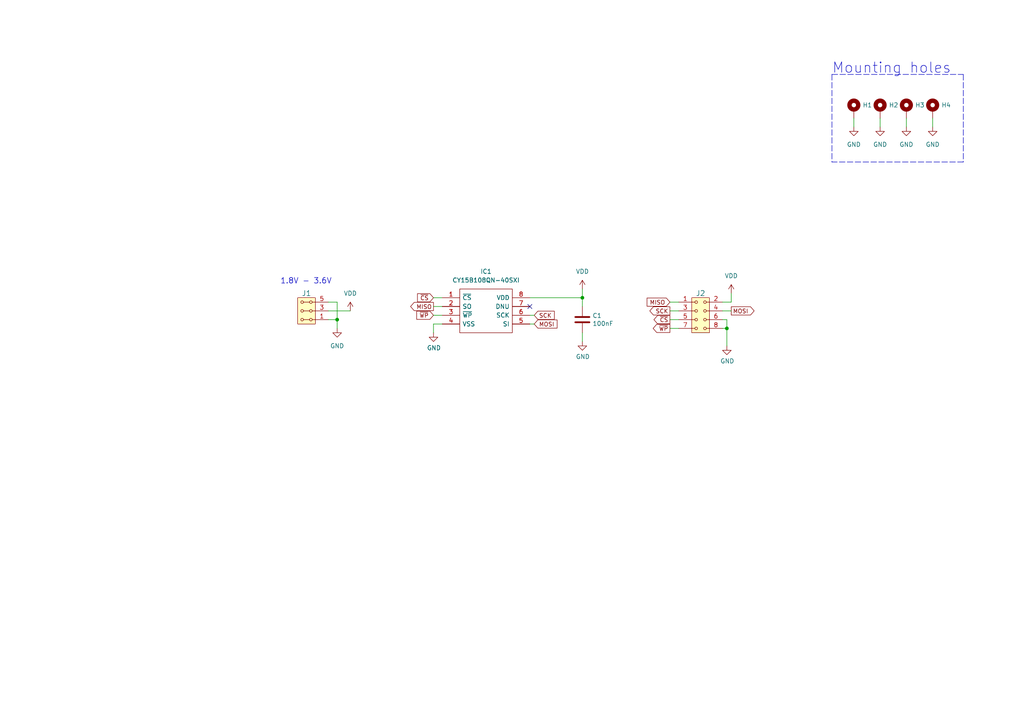
<source format=kicad_sch>
(kicad_sch (version 20211123) (generator eeschema)

  (uuid 94090ec1-0e6b-403a-88b7-50640bad6d28)

  (paper "A4")

  (lib_symbols
    (symbol "CY15B108QN-40SXI:CY15B108QN-40SXI" (pin_names (offset 0.762)) (in_bom yes) (on_board yes)
      (property "Reference" "IC" (id 0) (at 21.59 7.62 0)
        (effects (font (size 1.27 1.27)) (justify left))
      )
      (property "Value" "CY15B108QN-40SXI" (id 1) (at 21.59 5.08 0)
        (effects (font (size 1.27 1.27)) (justify left))
      )
      (property "Footprint" "SOIC127P800X203-8N" (id 2) (at 21.59 2.54 0)
        (effects (font (size 1.27 1.27)) (justify left) hide)
      )
      (property "Datasheet" "https://www.mouser.in/datasheet/2/196/CYPR_S_A0011123055_1-3004611.pdf" (id 3) (at 21.59 0 0)
        (effects (font (size 1.27 1.27)) (justify left) hide)
      )
      (property "Description" "F-RAM Excelon LP 40 MHz 8-EIAJ" (id 4) (at 21.59 -2.54 0)
        (effects (font (size 1.27 1.27)) (justify left) hide)
      )
      (property "Height" "2.03" (id 5) (at 21.59 -5.08 0)
        (effects (font (size 1.27 1.27)) (justify left) hide)
      )
      (property "Mouser Part Number" "727-CY15B108QN-40SXI" (id 6) (at 21.59 -7.62 0)
        (effects (font (size 1.27 1.27)) (justify left) hide)
      )
      (property "Mouser Price/Stock" "https://www.mouser.co.uk/ProductDetail/Infineon-Cypress/CY15B108QN-40SXI?qs=P1JMDcb91o4DSS%2FkAQM5uA%3D%3D" (id 7) (at 21.59 -10.16 0)
        (effects (font (size 1.27 1.27)) (justify left) hide)
      )
      (property "Manufacturer_Name" "Infineon / Cypress" (id 8) (at 21.59 -12.7 0)
        (effects (font (size 1.27 1.27)) (justify left) hide)
      )
      (property "Manufacturer_Part_Number" "CY15B108QN-40SXI" (id 9) (at 21.59 -15.24 0)
        (effects (font (size 1.27 1.27)) (justify left) hide)
      )
      (property "ki_description" "F-RAM Excelon LP 40 MHz 8-EIAJ" (id 10) (at 0 0 0)
        (effects (font (size 1.27 1.27)) hide)
      )
      (symbol "CY15B108QN-40SXI_0_0"
        (pin passive line (at 0 0 0) (length 5.08)
          (name "~{CS}" (effects (font (size 1.27 1.27))))
          (number "1" (effects (font (size 1.27 1.27))))
        )
        (pin passive line (at 0 -2.54 0) (length 5.08)
          (name "SO" (effects (font (size 1.27 1.27))))
          (number "2" (effects (font (size 1.27 1.27))))
        )
        (pin passive line (at 0 -5.08 0) (length 5.08)
          (name "~{WP}" (effects (font (size 1.27 1.27))))
          (number "3" (effects (font (size 1.27 1.27))))
        )
        (pin passive line (at 0 -7.62 0) (length 5.08)
          (name "VSS" (effects (font (size 1.27 1.27))))
          (number "4" (effects (font (size 1.27 1.27))))
        )
        (pin passive line (at 25.4 -7.62 180) (length 5.08)
          (name "SI" (effects (font (size 1.27 1.27))))
          (number "5" (effects (font (size 1.27 1.27))))
        )
        (pin passive line (at 25.4 -5.08 180) (length 5.08)
          (name "SCK" (effects (font (size 1.27 1.27))))
          (number "6" (effects (font (size 1.27 1.27))))
        )
        (pin passive line (at 25.4 -2.54 180) (length 5.08)
          (name "DNU" (effects (font (size 1.27 1.27))))
          (number "7" (effects (font (size 1.27 1.27))))
        )
        (pin passive line (at 25.4 0 180) (length 5.08)
          (name "VDD" (effects (font (size 1.27 1.27))))
          (number "8" (effects (font (size 1.27 1.27))))
        )
      )
      (symbol "CY15B108QN-40SXI_0_1"
        (polyline
          (pts
            (xy 5.08 2.54)
            (xy 20.32 2.54)
            (xy 20.32 -10.16)
            (xy 5.08 -10.16)
            (xy 5.08 2.54)
          )
          (stroke (width 0.1524) (type default) (color 0 0 0 0))
          (fill (type none))
        )
      )
    )
    (symbol "DATALOGGER01A-rescue:C-device" (pin_numbers hide) (pin_names (offset 0.254)) (in_bom yes) (on_board yes)
      (property "Reference" "C" (id 0) (at 0.635 2.54 0)
        (effects (font (size 1.27 1.27)) (justify left))
      )
      (property "Value" "C-device" (id 1) (at 0.635 -2.54 0)
        (effects (font (size 1.27 1.27)) (justify left))
      )
      (property "Footprint" "" (id 2) (at 0.9652 -3.81 0)
        (effects (font (size 1.27 1.27)) hide)
      )
      (property "Datasheet" "" (id 3) (at 0 0 0)
        (effects (font (size 1.27 1.27)) hide)
      )
      (property "ki_fp_filters" "C_*" (id 4) (at 0 0 0)
        (effects (font (size 1.27 1.27)) hide)
      )
      (symbol "C-device_0_1"
        (polyline
          (pts
            (xy -2.032 -0.762)
            (xy 2.032 -0.762)
          )
          (stroke (width 0.508) (type default) (color 0 0 0 0))
          (fill (type none))
        )
        (polyline
          (pts
            (xy -2.032 0.762)
            (xy 2.032 0.762)
          )
          (stroke (width 0.508) (type default) (color 0 0 0 0))
          (fill (type none))
        )
      )
      (symbol "C-device_1_1"
        (pin passive line (at 0 3.81 270) (length 2.794)
          (name "~" (effects (font (size 1.27 1.27))))
          (number "1" (effects (font (size 1.27 1.27))))
        )
        (pin passive line (at 0 -3.81 90) (length 2.794)
          (name "~" (effects (font (size 1.27 1.27))))
          (number "2" (effects (font (size 1.27 1.27))))
        )
      )
    )
    (symbol "GND_1" (power) (pin_names (offset 0)) (in_bom yes) (on_board yes)
      (property "Reference" "#PWR" (id 0) (at 0 -6.35 0)
        (effects (font (size 1.27 1.27)) hide)
      )
      (property "Value" "GND_1" (id 1) (at 0 -3.81 0)
        (effects (font (size 1.27 1.27)))
      )
      (property "Footprint" "" (id 2) (at 0 0 0)
        (effects (font (size 1.27 1.27)) hide)
      )
      (property "Datasheet" "" (id 3) (at 0 0 0)
        (effects (font (size 1.27 1.27)) hide)
      )
      (property "ki_keywords" "global power" (id 4) (at 0 0 0)
        (effects (font (size 1.27 1.27)) hide)
      )
      (property "ki_description" "Power symbol creates a global label with name \"GND\" , ground" (id 5) (at 0 0 0)
        (effects (font (size 1.27 1.27)) hide)
      )
      (symbol "GND_1_0_1"
        (polyline
          (pts
            (xy 0 0)
            (xy 0 -1.27)
            (xy 1.27 -1.27)
            (xy 0 -2.54)
            (xy -1.27 -1.27)
            (xy 0 -1.27)
          )
          (stroke (width 0) (type default) (color 0 0 0 0))
          (fill (type none))
        )
      )
      (symbol "GND_1_1_1"
        (pin power_in line (at 0 0 270) (length 0) hide
          (name "GND" (effects (font (size 1.27 1.27))))
          (number "1" (effects (font (size 1.27 1.27))))
        )
      )
    )
    (symbol "MLAB_HEADER:HEADER_2x03_PARALLEL" (pin_names (offset 1.016)) (in_bom yes) (on_board yes)
      (property "Reference" "J" (id 0) (at 0 -5.08 0)
        (effects (font (size 1.524 1.524)))
      )
      (property "Value" "HEADER_2x03_PARALLEL" (id 1) (at 0 5.08 0)
        (effects (font (size 1.524 1.524)))
      )
      (property "Footprint" "" (id 2) (at 0 2.54 0)
        (effects (font (size 1.524 1.524)))
      )
      (property "Datasheet" "" (id 3) (at 0 2.54 0)
        (effects (font (size 1.524 1.524)))
      )
      (property "ki_keywords" "2x03, header, connector, pinheader" (id 4) (at 0 0 0)
        (effects (font (size 1.27 1.27)) hide)
      )
      (property "ki_description" "2x03 2.54 mm pitch header, 2 pins next to each other are connected" (id 5) (at 0 0 0)
        (effects (font (size 1.27 1.27)) hide)
      )
      (symbol "HEADER_2x03_PARALLEL_0_1"
        (rectangle (start -2.54 3.81) (end 2.54 -3.81)
          (stroke (width 0) (type default) (color 0 0 0 0))
          (fill (type background))
        )
        (circle (center -1.27 -2.54) (radius 0.381)
          (stroke (width 0) (type default) (color 0 0 0 0))
          (fill (type none))
        )
        (circle (center -1.27 0) (radius 0.381)
          (stroke (width 0) (type default) (color 0 0 0 0))
          (fill (type none))
        )
        (circle (center -1.27 2.54) (radius 0.381)
          (stroke (width 0) (type default) (color 0 0 0 0))
          (fill (type none))
        )
        (polyline
          (pts
            (xy -1.651 -2.54)
            (xy -2.54 -2.54)
          )
          (stroke (width 0) (type default) (color 0 0 0 0))
          (fill (type none))
        )
        (polyline
          (pts
            (xy -1.651 0)
            (xy -2.54 0)
          )
          (stroke (width 0) (type default) (color 0 0 0 0))
          (fill (type none))
        )
        (polyline
          (pts
            (xy -1.651 2.54)
            (xy -2.54 2.54)
          )
          (stroke (width 0) (type default) (color 0 0 0 0))
          (fill (type none))
        )
        (polyline
          (pts
            (xy -0.889 -2.54)
            (xy 0.889 -2.54)
          )
          (stroke (width 0) (type default) (color 0 0 0 0))
          (fill (type none))
        )
        (polyline
          (pts
            (xy -0.889 0)
            (xy 0.889 0)
          )
          (stroke (width 0) (type default) (color 0 0 0 0))
          (fill (type none))
        )
        (polyline
          (pts
            (xy -0.889 2.54)
            (xy 0.889 2.54)
          )
          (stroke (width 0) (type default) (color 0 0 0 0))
          (fill (type none))
        )
        (circle (center 1.27 -2.54) (radius 0.381)
          (stroke (width 0) (type default) (color 0 0 0 0))
          (fill (type none))
        )
        (circle (center 1.27 0) (radius 0.381)
          (stroke (width 0) (type default) (color 0 0 0 0))
          (fill (type none))
        )
        (circle (center 1.27 2.54) (radius 0.381)
          (stroke (width 0) (type default) (color 0 0 0 0))
          (fill (type none))
        )
      )
      (symbol "HEADER_2x03_PARALLEL_1_1"
        (pin input line (at -6.35 2.54 0) (length 3.81)
          (name "~" (effects (font (size 1.27 1.27))))
          (number "1" (effects (font (size 1.27 1.27))))
        )
        (pin input line (at -6.35 2.54 0) (length 3.81) hide
          (name "~" (effects (font (size 1.27 1.27))))
          (number "2" (effects (font (size 1.27 1.27))))
        )
        (pin input line (at -6.35 0 0) (length 3.81)
          (name "~" (effects (font (size 1.27 1.27))))
          (number "3" (effects (font (size 1.27 1.27))))
        )
        (pin input line (at -6.35 0 0) (length 3.81) hide
          (name "~" (effects (font (size 1.27 1.27))))
          (number "4" (effects (font (size 1.27 1.27))))
        )
        (pin input line (at -6.35 -2.54 0) (length 3.81)
          (name "~" (effects (font (size 1.27 1.27))))
          (number "5" (effects (font (size 1.27 1.27))))
        )
        (pin input line (at -6.35 -2.54 0) (length 3.81) hide
          (name "~" (effects (font (size 1.27 1.27))))
          (number "6" (effects (font (size 1.27 1.27))))
        )
      )
    )
    (symbol "MLAB_HEADER:HEADER_2x04" (pin_names (offset 1.016)) (in_bom yes) (on_board yes)
      (property "Reference" "J" (id 0) (at 0 -6.35 0)
        (effects (font (size 1.524 1.524)))
      )
      (property "Value" "HEADER_2x04" (id 1) (at 0 6.35 0)
        (effects (font (size 1.524 1.524)))
      )
      (property "Footprint" "" (id 2) (at 0 3.81 0)
        (effects (font (size 1.524 1.524)))
      )
      (property "Datasheet" "" (id 3) (at 0 3.81 0)
        (effects (font (size 1.524 1.524)))
      )
      (property "ki_keywords" "2x04, header, connector, pinheader" (id 4) (at 0 0 0)
        (effects (font (size 1.27 1.27)) hide)
      )
      (property "ki_description" "2x04 2.54 mm pitch header" (id 5) (at 0 0 0)
        (effects (font (size 1.27 1.27)) hide)
      )
      (symbol "HEADER_2x04_0_1"
        (rectangle (start -2.54 5.08) (end 2.54 -5.08)
          (stroke (width 0) (type default) (color 0 0 0 0))
          (fill (type background))
        )
        (circle (center -1.27 -3.81) (radius 0.381)
          (stroke (width 0) (type default) (color 0 0 0 0))
          (fill (type none))
        )
        (circle (center -1.27 -1.27) (radius 0.381)
          (stroke (width 0) (type default) (color 0 0 0 0))
          (fill (type none))
        )
        (circle (center -1.27 1.27) (radius 0.381)
          (stroke (width 0) (type default) (color 0 0 0 0))
          (fill (type none))
        )
        (circle (center -1.27 3.81) (radius 0.381)
          (stroke (width 0) (type default) (color 0 0 0 0))
          (fill (type none))
        )
        (polyline
          (pts
            (xy -1.651 -3.81)
            (xy -2.54 -3.81)
          )
          (stroke (width 0) (type default) (color 0 0 0 0))
          (fill (type none))
        )
        (polyline
          (pts
            (xy -1.651 -1.27)
            (xy -2.54 -1.27)
          )
          (stroke (width 0) (type default) (color 0 0 0 0))
          (fill (type none))
        )
        (polyline
          (pts
            (xy -1.651 1.27)
            (xy -2.54 1.27)
          )
          (stroke (width 0) (type default) (color 0 0 0 0))
          (fill (type none))
        )
        (polyline
          (pts
            (xy -1.651 3.81)
            (xy -2.54 3.81)
          )
          (stroke (width 0) (type default) (color 0 0 0 0))
          (fill (type none))
        )
        (polyline
          (pts
            (xy 1.651 -3.81)
            (xy 2.54 -3.81)
          )
          (stroke (width 0) (type default) (color 0 0 0 0))
          (fill (type none))
        )
        (polyline
          (pts
            (xy 1.651 -1.27)
            (xy 2.54 -1.27)
          )
          (stroke (width 0) (type default) (color 0 0 0 0))
          (fill (type none))
        )
        (polyline
          (pts
            (xy 1.651 1.27)
            (xy 2.54 1.27)
          )
          (stroke (width 0) (type default) (color 0 0 0 0))
          (fill (type none))
        )
        (polyline
          (pts
            (xy 1.651 3.81)
            (xy 2.54 3.81)
          )
          (stroke (width 0) (type default) (color 0 0 0 0))
          (fill (type none))
        )
        (circle (center 1.27 -3.81) (radius 0.381)
          (stroke (width 0) (type default) (color 0 0 0 0))
          (fill (type none))
        )
        (circle (center 1.27 -1.27) (radius 0.381)
          (stroke (width 0) (type default) (color 0 0 0 0))
          (fill (type none))
        )
        (circle (center 1.27 1.27) (radius 0.381)
          (stroke (width 0) (type default) (color 0 0 0 0))
          (fill (type none))
        )
        (circle (center 1.27 3.81) (radius 0.381)
          (stroke (width 0) (type default) (color 0 0 0 0))
          (fill (type none))
        )
      )
      (symbol "HEADER_2x04_1_1"
        (pin input line (at -6.35 3.81 0) (length 3.81)
          (name "~" (effects (font (size 1.27 1.27))))
          (number "1" (effects (font (size 1.27 1.27))))
        )
        (pin input line (at 6.35 3.81 180) (length 3.81)
          (name "~" (effects (font (size 1.27 1.27))))
          (number "2" (effects (font (size 1.27 1.27))))
        )
        (pin input line (at -6.35 1.27 0) (length 3.81)
          (name "~" (effects (font (size 1.27 1.27))))
          (number "3" (effects (font (size 1.27 1.27))))
        )
        (pin input line (at 6.35 1.27 180) (length 3.81)
          (name "~" (effects (font (size 1.27 1.27))))
          (number "4" (effects (font (size 1.27 1.27))))
        )
        (pin input line (at -6.35 -1.27 0) (length 3.81)
          (name "~" (effects (font (size 1.27 1.27))))
          (number "5" (effects (font (size 1.27 1.27))))
        )
        (pin input line (at 6.35 -1.27 180) (length 3.81)
          (name "~" (effects (font (size 1.27 1.27))))
          (number "6" (effects (font (size 1.27 1.27))))
        )
        (pin input line (at -6.35 -3.81 0) (length 3.81)
          (name "~" (effects (font (size 1.27 1.27))))
          (number "7" (effects (font (size 1.27 1.27))))
        )
        (pin input line (at 6.35 -3.81 180) (length 3.81)
          (name "~" (effects (font (size 1.27 1.27))))
          (number "8" (effects (font (size 1.27 1.27))))
        )
      )
    )
    (symbol "Mechanical:MountingHole_Pad" (pin_numbers hide) (pin_names (offset 1.016) hide) (in_bom yes) (on_board yes)
      (property "Reference" "H" (id 0) (at 0 6.35 0)
        (effects (font (size 1.27 1.27)))
      )
      (property "Value" "MountingHole_Pad" (id 1) (at 0 4.445 0)
        (effects (font (size 1.27 1.27)))
      )
      (property "Footprint" "" (id 2) (at 0 0 0)
        (effects (font (size 1.27 1.27)) hide)
      )
      (property "Datasheet" "~" (id 3) (at 0 0 0)
        (effects (font (size 1.27 1.27)) hide)
      )
      (property "ki_keywords" "mounting hole" (id 4) (at 0 0 0)
        (effects (font (size 1.27 1.27)) hide)
      )
      (property "ki_description" "Mounting Hole with connection" (id 5) (at 0 0 0)
        (effects (font (size 1.27 1.27)) hide)
      )
      (property "ki_fp_filters" "MountingHole*Pad*" (id 6) (at 0 0 0)
        (effects (font (size 1.27 1.27)) hide)
      )
      (symbol "MountingHole_Pad_0_1"
        (circle (center 0 1.27) (radius 1.27)
          (stroke (width 1.27) (type default) (color 0 0 0 0))
          (fill (type none))
        )
      )
      (symbol "MountingHole_Pad_1_1"
        (pin input line (at 0 -2.54 90) (length 2.54)
          (name "1" (effects (font (size 1.27 1.27))))
          (number "1" (effects (font (size 1.27 1.27))))
        )
      )
    )
    (symbol "power:GND" (power) (pin_names (offset 0)) (in_bom yes) (on_board yes)
      (property "Reference" "#PWR" (id 0) (at 0 -6.35 0)
        (effects (font (size 1.27 1.27)) hide)
      )
      (property "Value" "GND" (id 1) (at 0 -3.81 0)
        (effects (font (size 1.27 1.27)))
      )
      (property "Footprint" "" (id 2) (at 0 0 0)
        (effects (font (size 1.27 1.27)) hide)
      )
      (property "Datasheet" "" (id 3) (at 0 0 0)
        (effects (font (size 1.27 1.27)) hide)
      )
      (property "ki_keywords" "power-flag" (id 4) (at 0 0 0)
        (effects (font (size 1.27 1.27)) hide)
      )
      (property "ki_description" "Power symbol creates a global label with name \"GND\" , ground" (id 5) (at 0 0 0)
        (effects (font (size 1.27 1.27)) hide)
      )
      (symbol "GND_0_1"
        (polyline
          (pts
            (xy 0 0)
            (xy 0 -1.27)
            (xy 1.27 -1.27)
            (xy 0 -2.54)
            (xy -1.27 -1.27)
            (xy 0 -1.27)
          )
          (stroke (width 0) (type default) (color 0 0 0 0))
          (fill (type none))
        )
      )
      (symbol "GND_1_1"
        (pin power_in line (at 0 0 270) (length 0) hide
          (name "GND" (effects (font (size 1.27 1.27))))
          (number "1" (effects (font (size 1.27 1.27))))
        )
      )
    )
    (symbol "power:VDD" (power) (pin_names (offset 0)) (in_bom yes) (on_board yes)
      (property "Reference" "#PWR" (id 0) (at 0 -3.81 0)
        (effects (font (size 1.27 1.27)) hide)
      )
      (property "Value" "VDD" (id 1) (at 0 3.81 0)
        (effects (font (size 1.27 1.27)))
      )
      (property "Footprint" "" (id 2) (at 0 0 0)
        (effects (font (size 1.27 1.27)) hide)
      )
      (property "Datasheet" "" (id 3) (at 0 0 0)
        (effects (font (size 1.27 1.27)) hide)
      )
      (property "ki_keywords" "global power" (id 4) (at 0 0 0)
        (effects (font (size 1.27 1.27)) hide)
      )
      (property "ki_description" "Power symbol creates a global label with name \"VDD\"" (id 5) (at 0 0 0)
        (effects (font (size 1.27 1.27)) hide)
      )
      (symbol "VDD_0_1"
        (polyline
          (pts
            (xy -0.762 1.27)
            (xy 0 2.54)
          )
          (stroke (width 0) (type default) (color 0 0 0 0))
          (fill (type none))
        )
        (polyline
          (pts
            (xy 0 0)
            (xy 0 2.54)
          )
          (stroke (width 0) (type default) (color 0 0 0 0))
          (fill (type none))
        )
        (polyline
          (pts
            (xy 0 2.54)
            (xy 0.762 1.27)
          )
          (stroke (width 0) (type default) (color 0 0 0 0))
          (fill (type none))
        )
      )
      (symbol "VDD_1_1"
        (pin power_in line (at 0 0 90) (length 0) hide
          (name "VDD" (effects (font (size 1.27 1.27))))
          (number "1" (effects (font (size 1.27 1.27))))
        )
      )
    )
  )


  (junction (at 210.82 95.25) (diameter 0) (color 0 0 0 0)
    (uuid 18adfb41-dbbd-4338-bd20-b1a17b4c67bf)
  )
  (junction (at 97.79 92.71) (diameter 0) (color 0 0 0 0)
    (uuid 8e9b6974-c8e3-411c-8e30-22d21c14681c)
  )
  (junction (at 168.91 86.36) (diameter 0) (color 0 0 0 0)
    (uuid b030335d-bec9-41e3-9d89-d13f4dce07db)
  )

  (no_connect (at 153.67 88.9) (uuid 817fea78-0c8c-4d4b-96bc-9b89de710ebf))

  (wire (pts (xy 255.27 34.29) (xy 255.27 36.83))
    (stroke (width 0) (type default) (color 0 0 0 0))
    (uuid 06443819-7f2d-41c1-bd44-1d2deb4b7607)
  )
  (wire (pts (xy 153.67 93.98) (xy 154.94 93.98))
    (stroke (width 0) (type default) (color 0 0 0 0))
    (uuid 10c6c54b-ac5b-44c8-8c79-f47ea64b2d83)
  )
  (wire (pts (xy 194.31 87.63) (xy 196.85 87.63))
    (stroke (width 0) (type default) (color 0 0 0 0))
    (uuid 2e6d3841-aca4-4ebb-9ddb-0aac72778084)
  )
  (wire (pts (xy 125.73 91.44) (xy 128.27 91.44))
    (stroke (width 0) (type default) (color 0 0 0 0))
    (uuid 36fd19a5-4154-4ed8-bc7b-199d696a16ff)
  )
  (wire (pts (xy 209.55 92.71) (xy 210.82 92.71))
    (stroke (width 0) (type default) (color 0 0 0 0))
    (uuid 3c5c92e0-5f21-4135-a561-c2a9c3e2efff)
  )
  (wire (pts (xy 262.89 34.29) (xy 262.89 36.83))
    (stroke (width 0) (type default) (color 0 0 0 0))
    (uuid 4898ad79-b913-499f-8e2a-1b0ff4366f47)
  )
  (wire (pts (xy 97.79 92.71) (xy 97.79 95.25))
    (stroke (width 0) (type default) (color 0 0 0 0))
    (uuid 4d2c4adc-864b-4091-89a4-e9aa6550a91b)
  )
  (wire (pts (xy 95.25 92.71) (xy 97.79 92.71))
    (stroke (width 0) (type default) (color 0 0 0 0))
    (uuid 5a4ff4d1-06b6-4c9c-a3fe-20e33e8737e5)
  )
  (wire (pts (xy 212.09 87.63) (xy 209.55 87.63))
    (stroke (width 0) (type default) (color 0 0 0 0))
    (uuid 5b62189b-93ae-41c1-9207-8fca99d18949)
  )
  (wire (pts (xy 128.27 93.98) (xy 125.73 93.98))
    (stroke (width 0) (type default) (color 0 0 0 0))
    (uuid 6491cf12-1cf3-42b1-a3b5-3678355c9799)
  )
  (wire (pts (xy 125.73 86.36) (xy 128.27 86.36))
    (stroke (width 0) (type default) (color 0 0 0 0))
    (uuid 765346ad-6c10-4f7f-b7d1-9f2b4ea50e88)
  )
  (wire (pts (xy 125.73 88.9) (xy 128.27 88.9))
    (stroke (width 0) (type default) (color 0 0 0 0))
    (uuid 8969fe3f-4f6f-41b0-bfef-b1522ec8238d)
  )
  (wire (pts (xy 210.82 95.25) (xy 210.82 100.33))
    (stroke (width 0) (type default) (color 0 0 0 0))
    (uuid 89ae73ac-dc52-4f0b-b133-835966e5e702)
  )
  (wire (pts (xy 153.67 86.36) (xy 168.91 86.36))
    (stroke (width 0) (type default) (color 0 0 0 0))
    (uuid 8a306f58-8e4d-45e6-8dc6-f9e3a4ac7823)
  )
  (polyline (pts (xy 279.4 46.99) (xy 241.3 46.99))
    (stroke (width 0) (type default) (color 0 0 0 0))
    (uuid 8a86b7bd-78c1-4938-91f3-72baee720033)
  )

  (wire (pts (xy 95.25 87.63) (xy 97.79 87.63))
    (stroke (width 0) (type default) (color 0 0 0 0))
    (uuid 9605a811-324f-4598-ad55-3cbd148c88f2)
  )
  (wire (pts (xy 95.25 90.17) (xy 101.6 90.17))
    (stroke (width 0) (type default) (color 0 0 0 0))
    (uuid 96a3ce5f-2c7a-4a34-9c63-077408baef54)
  )
  (wire (pts (xy 153.67 91.44) (xy 154.94 91.44))
    (stroke (width 0) (type default) (color 0 0 0 0))
    (uuid 9b2c54c3-fc2b-462f-ab2c-f281141199f6)
  )
  (polyline (pts (xy 279.4 21.59) (xy 279.4 46.99))
    (stroke (width 0) (type default) (color 0 0 0 0))
    (uuid 9de5b6f9-f3da-422b-9995-16a373700ff7)
  )

  (wire (pts (xy 97.79 87.63) (xy 97.79 92.71))
    (stroke (width 0) (type default) (color 0 0 0 0))
    (uuid a4826775-78e0-4ab4-ba00-b7849029974d)
  )
  (wire (pts (xy 194.31 92.71) (xy 196.85 92.71))
    (stroke (width 0) (type default) (color 0 0 0 0))
    (uuid a8cc4462-e500-41d8-aa2d-cb23e798160e)
  )
  (wire (pts (xy 210.82 92.71) (xy 210.82 95.25))
    (stroke (width 0) (type default) (color 0 0 0 0))
    (uuid ab801db1-3dd4-443f-b362-f66e4b55eeef)
  )
  (wire (pts (xy 209.55 90.17) (xy 212.09 90.17))
    (stroke (width 0) (type default) (color 0 0 0 0))
    (uuid ae244af8-f703-47cc-85fe-a80aacbdddf5)
  )
  (wire (pts (xy 270.51 34.29) (xy 270.51 36.83))
    (stroke (width 0) (type default) (color 0 0 0 0))
    (uuid afe896a3-5c0b-42f9-84f6-0604afcb4729)
  )
  (polyline (pts (xy 241.3 21.59) (xy 241.3 46.99))
    (stroke (width 0) (type default) (color 0 0 0 0))
    (uuid b3346f71-d37d-405c-8eba-0791b152bba7)
  )

  (wire (pts (xy 194.31 90.17) (xy 196.85 90.17))
    (stroke (width 0) (type default) (color 0 0 0 0))
    (uuid c2604a77-1770-4af0-b44f-f531d567731c)
  )
  (wire (pts (xy 168.91 83.82) (xy 168.91 86.36))
    (stroke (width 0) (type default) (color 0 0 0 0))
    (uuid ca783407-a543-4014-8479-4b73517e5f62)
  )
  (wire (pts (xy 212.09 85.09) (xy 212.09 87.63))
    (stroke (width 0) (type default) (color 0 0 0 0))
    (uuid e14f485f-94a5-4d53-ba11-ace7b4a61f0b)
  )
  (wire (pts (xy 209.55 95.25) (xy 210.82 95.25))
    (stroke (width 0) (type default) (color 0 0 0 0))
    (uuid e2801aa5-4538-44a3-af41-35a7f2d8e468)
  )
  (polyline (pts (xy 241.3 21.59) (xy 279.4 21.59))
    (stroke (width 0) (type default) (color 0 0 0 0))
    (uuid e80144ba-d85d-4261-8b52-a0b44429eb13)
  )

  (wire (pts (xy 125.73 93.98) (xy 125.73 96.52))
    (stroke (width 0) (type default) (color 0 0 0 0))
    (uuid eef3e066-65e6-44e2-b6b8-120d8c76a9d3)
  )
  (wire (pts (xy 168.91 88.9) (xy 168.91 86.36))
    (stroke (width 0) (type default) (color 0 0 0 0))
    (uuid ef3198fb-b7e5-453b-8716-881524bcfc45)
  )
  (wire (pts (xy 194.31 95.25) (xy 196.85 95.25))
    (stroke (width 0) (type default) (color 0 0 0 0))
    (uuid f6449319-0037-488e-8755-12021a3a7007)
  )
  (wire (pts (xy 168.91 96.52) (xy 168.91 99.06))
    (stroke (width 0) (type solid) (color 0 0 0 0))
    (uuid f65b5873-8967-4c89-adab-71ed505cf633)
  )
  (wire (pts (xy 247.65 34.29) (xy 247.65 36.83))
    (stroke (width 0) (type default) (color 0 0 0 0))
    (uuid fa4b11ef-af52-4939-8398-9b647370aebc)
  )

  (text "1.8V - 3.6V" (at 81.28 82.55 0)
    (effects (font (size 1.6 1.6)) (justify left bottom))
    (uuid 59244d18-96c2-4912-92ed-2ee0b294253e)
  )
  (text "Mounting holes" (at 241.3 21.59 0)
    (effects (font (size 3 3)) (justify left bottom))
    (uuid ded108f5-7a2d-4bad-8ff9-a771895bf7e1)
  )

  (global_label "MISO" (shape output) (at 125.73 88.9 180) (fields_autoplaced)
    (effects (font (size 1.2 1.2)) (justify right))
    (uuid 44e04ae0-16cc-4a98-a2de-592199bb8179)
    (property "Intersheet References" "${INTERSHEET_REFS}" (id 0) (at 119.1071 88.825 0)
      (effects (font (size 1.2 1.2)) (justify right) hide)
    )
  )
  (global_label "~{CS}" (shape input) (at 125.73 86.36 180) (fields_autoplaced)
    (effects (font (size 1.2 1.2)) (justify right))
    (uuid 5d7bf1ec-ec38-4e96-ad9c-af3f294ebb54)
    (property "Intersheet References" "${INTERSHEET_REFS}" (id 0) (at 121.1071 86.285 0)
      (effects (font (size 1.2 1.2)) (justify right) hide)
    )
  )
  (global_label "~{WP}" (shape input) (at 125.73 91.44 180) (fields_autoplaced)
    (effects (font (size 1.2 1.2)) (justify right))
    (uuid 5f6cf13c-b8dc-4959-9233-6aa9f7a1a642)
    (property "Intersheet References" "${INTERSHEET_REFS}" (id 0) (at 120.8786 91.365 0)
      (effects (font (size 1.2 1.2)) (justify right) hide)
    )
  )
  (global_label "~{WP}" (shape output) (at 194.31 95.25 180) (fields_autoplaced)
    (effects (font (size 1.2 1.2)) (justify right))
    (uuid 782d8319-addb-4de3-8332-86a347be6c93)
    (property "Intersheet References" "${INTERSHEET_REFS}" (id 0) (at 189.4586 95.175 0)
      (effects (font (size 1.2 1.2)) (justify right) hide)
    )
  )
  (global_label "MISO" (shape input) (at 194.31 87.63 180) (fields_autoplaced)
    (effects (font (size 1.2 1.2)) (justify right))
    (uuid 7e1464eb-4ea4-48aa-b6d2-e1a5819c3c54)
    (property "Intersheet References" "${INTERSHEET_REFS}" (id 0) (at 187.6871 87.555 0)
      (effects (font (size 1.2 1.2)) (justify right) hide)
    )
  )
  (global_label "MOSI" (shape output) (at 212.09 90.17 0) (fields_autoplaced)
    (effects (font (size 1.2 1.2)) (justify left))
    (uuid 8d93b368-0293-43d2-8a9a-63284362cb16)
    (property "Intersheet References" "${INTERSHEET_REFS}" (id 0) (at 218.7129 90.095 0)
      (effects (font (size 1.2 1.2)) (justify left) hide)
    )
  )
  (global_label "~{CS}" (shape output) (at 194.31 92.71 180) (fields_autoplaced)
    (effects (font (size 1.2 1.2)) (justify right))
    (uuid 992c82c2-aae5-4716-a59f-a79b007862b8)
    (property "Intersheet References" "${INTERSHEET_REFS}" (id 0) (at 189.6871 92.635 0)
      (effects (font (size 1.2 1.2)) (justify right) hide)
    )
  )
  (global_label "SCK" (shape output) (at 194.31 90.17 180) (fields_autoplaced)
    (effects (font (size 1.2 1.2)) (justify right))
    (uuid af3665ad-01db-4ecd-8f52-6edbae118ed9)
    (property "Intersheet References" "${INTERSHEET_REFS}" (id 0) (at 188.4871 90.095 0)
      (effects (font (size 1.2 1.2)) (justify right) hide)
    )
  )
  (global_label "MOSI" (shape input) (at 154.94 93.98 0) (fields_autoplaced)
    (effects (font (size 1.2 1.2)) (justify left))
    (uuid d9d668b2-11f8-4199-a7df-3d8f8c05ed88)
    (property "Intersheet References" "${INTERSHEET_REFS}" (id 0) (at 161.5629 93.905 0)
      (effects (font (size 1.2 1.2)) (justify left) hide)
    )
  )
  (global_label "SCK" (shape input) (at 154.94 91.44 0) (fields_autoplaced)
    (effects (font (size 1.2 1.2)) (justify left))
    (uuid e9d7cb5f-583c-4dca-b679-aecced1ff504)
    (property "Intersheet References" "${INTERSHEET_REFS}" (id 0) (at 160.7629 91.365 0)
      (effects (font (size 1.2 1.2)) (justify left) hide)
    )
  )

  (symbol (lib_id "Mechanical:MountingHole_Pad") (at 255.27 31.75 0) (unit 1)
    (in_bom yes) (on_board yes) (fields_autoplaced)
    (uuid 002965f4-5964-4b23-878f-2af5933bd5ab)
    (property "Reference" "H2" (id 0) (at 257.81 30.4799 0)
      (effects (font (size 1.27 1.27)) (justify left))
    )
    (property "Value" "MountingHole_Pad" (id 1) (at 257.81 31.7499 0)
      (effects (font (size 1.27 1.27)) (justify left) hide)
    )
    (property "Footprint" "Mlab_Mechanical:MountingHole_3mm" (id 2) (at 255.27 31.75 0)
      (effects (font (size 1.27 1.27)) hide)
    )
    (property "Datasheet" "~" (id 3) (at 255.27 31.75 0)
      (effects (font (size 1.27 1.27)) hide)
    )
    (pin "1" (uuid 09bbfae7-34b8-4287-99f0-b404ac214053))
  )

  (symbol (lib_id "power:VDD") (at 168.91 83.82 0) (unit 1)
    (in_bom yes) (on_board yes) (fields_autoplaced)
    (uuid 03156ed1-1d95-4fd7-8569-e2f13ef0202c)
    (property "Reference" "#PWR04" (id 0) (at 168.91 87.63 0)
      (effects (font (size 1.27 1.27)) hide)
    )
    (property "Value" "VDD" (id 1) (at 168.91 78.74 0))
    (property "Footprint" "" (id 2) (at 168.91 83.82 0)
      (effects (font (size 1.27 1.27)) hide)
    )
    (property "Datasheet" "" (id 3) (at 168.91 83.82 0)
      (effects (font (size 1.27 1.27)) hide)
    )
    (pin "1" (uuid 0d5445a0-e40a-423a-8f93-ffdfe2159fed))
  )

  (symbol (lib_id "power:GND") (at 255.27 36.83 0) (unit 1)
    (in_bom yes) (on_board yes) (fields_autoplaced)
    (uuid 2db07d0c-ac63-4821-8f32-2b7e2fb321e5)
    (property "Reference" "#PWR010" (id 0) (at 255.27 43.18 0)
      (effects (font (size 1.27 1.27)) hide)
    )
    (property "Value" "GND" (id 1) (at 255.27 41.91 0))
    (property "Footprint" "" (id 2) (at 255.27 36.83 0)
      (effects (font (size 1.27 1.27)) hide)
    )
    (property "Datasheet" "" (id 3) (at 255.27 36.83 0)
      (effects (font (size 1.27 1.27)) hide)
    )
    (pin "1" (uuid 63484090-a37c-4e04-b4c5-af6a8acdbba3))
  )

  (symbol (lib_id "MLAB_HEADER:HEADER_2x03_PARALLEL") (at 88.9 90.17 180) (unit 1)
    (in_bom yes) (on_board yes) (fields_autoplaced)
    (uuid 421fd386-5038-4822-adc6-d3bb78d0e87b)
    (property "Reference" "J1" (id 0) (at 88.9 85.09 0)
      (effects (font (size 1.524 1.524)))
    )
    (property "Value" "HEADER_2x03_PARALLEL" (id 1) (at 88.9 85.09 0)
      (effects (font (size 1.524 1.524)) hide)
    )
    (property "Footprint" "Mlab_Pin_Headers:Straight_2x03" (id 2) (at 88.9 92.71 0)
      (effects (font (size 1.524 1.524)) hide)
    )
    (property "Datasheet" "" (id 3) (at 88.9 92.71 0)
      (effects (font (size 1.524 1.524)))
    )
    (pin "1" (uuid 78d38112-e417-437e-a50f-dea8dee910dc))
    (pin "2" (uuid 520d2b3d-0370-47b8-baa7-9fbd783ab714))
    (pin "3" (uuid 6e1d5306-aa3a-4bc0-8138-a1c4802ee4fa))
    (pin "4" (uuid e9108703-eb63-4182-bf3f-1c980c138300))
    (pin "5" (uuid 496f6bcf-f061-4784-8d74-d02717745fc4))
    (pin "6" (uuid 73876062-6902-4495-be21-1197d47b99dc))
  )

  (symbol (lib_id "power:GND") (at 247.65 36.83 0) (unit 1)
    (in_bom yes) (on_board yes) (fields_autoplaced)
    (uuid 46b6b2df-e27f-421e-834e-7f132252616c)
    (property "Reference" "#PWR09" (id 0) (at 247.65 43.18 0)
      (effects (font (size 1.27 1.27)) hide)
    )
    (property "Value" "GND" (id 1) (at 247.65 41.91 0))
    (property "Footprint" "" (id 2) (at 247.65 36.83 0)
      (effects (font (size 1.27 1.27)) hide)
    )
    (property "Datasheet" "" (id 3) (at 247.65 36.83 0)
      (effects (font (size 1.27 1.27)) hide)
    )
    (pin "1" (uuid 6f19b34e-76ab-4d40-9fe3-4a99016e7382))
  )

  (symbol (lib_id "power:GND") (at 125.73 96.52 0) (unit 1)
    (in_bom yes) (on_board yes)
    (uuid 4dade959-ccbf-4010-86b8-4cbb34d740fe)
    (property "Reference" "#PWR03" (id 0) (at 125.73 102.87 0)
      (effects (font (size 1.27 1.27)) hide)
    )
    (property "Value" "GND" (id 1) (at 125.857 100.9142 0))
    (property "Footprint" "" (id 2) (at 125.73 96.52 0)
      (effects (font (size 1.27 1.27)) hide)
    )
    (property "Datasheet" "" (id 3) (at 125.73 96.52 0)
      (effects (font (size 1.27 1.27)) hide)
    )
    (pin "1" (uuid da7d9118-1e4c-4a27-b2c4-9dfc34e7453e))
  )

  (symbol (lib_id "CY15B108QN-40SXI:CY15B108QN-40SXI") (at 128.27 86.36 0) (unit 1)
    (in_bom yes) (on_board yes) (fields_autoplaced)
    (uuid 4db57708-f165-4090-875a-0ec5f85f1916)
    (property "Reference" "IC1" (id 0) (at 140.97 78.74 0))
    (property "Value" "CY15B108QN-40SXI" (id 1) (at 140.97 81.28 0))
    (property "Footprint" "KiCad:SOIC127P800X203-8N" (id 2) (at 149.86 83.82 0)
      (effects (font (size 1.27 1.27)) (justify left) hide)
    )
    (property "Datasheet" "https://www.mouser.in/datasheet/2/196/CYPR_S_A0011123055_1-3004611.pdf" (id 3) (at 149.86 86.36 0)
      (effects (font (size 1.27 1.27)) (justify left) hide)
    )
    (property "Description" "F-RAM Excelon LP 40 MHz 8-EIAJ" (id 4) (at 149.86 88.9 0)
      (effects (font (size 1.27 1.27)) (justify left) hide)
    )
    (property "Height" "2.03" (id 5) (at 149.86 91.44 0)
      (effects (font (size 1.27 1.27)) (justify left) hide)
    )
    (property "Mouser Part Number" "727-CY15B108QN-40SXI" (id 6) (at 149.86 93.98 0)
      (effects (font (size 1.27 1.27)) (justify left) hide)
    )
    (property "Mouser Price/Stock" "https://www.mouser.co.uk/ProductDetail/Infineon-Cypress/CY15B108QN-40SXI?qs=P1JMDcb91o4DSS%2FkAQM5uA%3D%3D" (id 7) (at 149.86 96.52 0)
      (effects (font (size 1.27 1.27)) (justify left) hide)
    )
    (property "Manufacturer_Name" "Infineon / Cypress" (id 8) (at 149.86 99.06 0)
      (effects (font (size 1.27 1.27)) (justify left) hide)
    )
    (property "Manufacturer_Part_Number" "CY15B108QN-40SXI" (id 9) (at 149.86 101.6 0)
      (effects (font (size 1.27 1.27)) (justify left) hide)
    )
    (pin "1" (uuid 38e0ead9-17b4-49b3-9a37-43035cd95d7a))
    (pin "2" (uuid 6e8e8488-7aae-480c-9b2b-1d07d682978d))
    (pin "3" (uuid 9ec85341-b09d-41f9-a919-c27928d3b946))
    (pin "4" (uuid 4e5d8839-ece7-4cf3-a04a-5a06dd566be0))
    (pin "5" (uuid 51a5ad6d-74fd-47fb-a1da-ef1021f68980))
    (pin "6" (uuid b4a72f5e-eb15-4fd7-baf0-8205c1da32c2))
    (pin "7" (uuid 8e3a1d2d-6b1d-4a75-b0e7-2deaaaab02a6))
    (pin "8" (uuid 0eff4de1-7a24-45cd-b15e-e6a0bb828f46))
  )

  (symbol (lib_id "power:VDD") (at 101.6 90.17 0) (unit 1)
    (in_bom yes) (on_board yes) (fields_autoplaced)
    (uuid 54b94f9b-d18d-4c8e-a49f-5629ab718ecc)
    (property "Reference" "#PWR02" (id 0) (at 101.6 93.98 0)
      (effects (font (size 1.27 1.27)) hide)
    )
    (property "Value" "VDD" (id 1) (at 101.6 85.09 0))
    (property "Footprint" "" (id 2) (at 101.6 90.17 0)
      (effects (font (size 1.27 1.27)) hide)
    )
    (property "Datasheet" "" (id 3) (at 101.6 90.17 0)
      (effects (font (size 1.27 1.27)) hide)
    )
    (pin "1" (uuid f281d66f-d41e-4f82-8d05-a780e1466520))
  )

  (symbol (lib_id "power:GND") (at 270.51 36.83 0) (unit 1)
    (in_bom yes) (on_board yes) (fields_autoplaced)
    (uuid 717176eb-bde4-40a1-8ad0-c937731d372f)
    (property "Reference" "#PWR012" (id 0) (at 270.51 43.18 0)
      (effects (font (size 1.27 1.27)) hide)
    )
    (property "Value" "GND" (id 1) (at 270.51 41.91 0))
    (property "Footprint" "" (id 2) (at 270.51 36.83 0)
      (effects (font (size 1.27 1.27)) hide)
    )
    (property "Datasheet" "" (id 3) (at 270.51 36.83 0)
      (effects (font (size 1.27 1.27)) hide)
    )
    (pin "1" (uuid 8695412a-780a-4b50-a4ca-feae9f708fa3))
  )

  (symbol (lib_id "power:GND") (at 168.91 99.06 0) (unit 1)
    (in_bom yes) (on_board yes)
    (uuid 72f37cbd-7a6e-473e-ba4e-a36b4116a53f)
    (property "Reference" "#PWR05" (id 0) (at 168.91 105.41 0)
      (effects (font (size 1.27 1.27)) hide)
    )
    (property "Value" "GND" (id 1) (at 169.037 103.4542 0))
    (property "Footprint" "" (id 2) (at 168.91 99.06 0)
      (effects (font (size 1.27 1.27)) hide)
    )
    (property "Datasheet" "" (id 3) (at 168.91 99.06 0)
      (effects (font (size 1.27 1.27)) hide)
    )
    (pin "1" (uuid 9eea894e-327b-4942-bfc9-55abbe7c6ca0))
  )

  (symbol (lib_id "Mechanical:MountingHole_Pad") (at 270.51 31.75 0) (unit 1)
    (in_bom yes) (on_board yes) (fields_autoplaced)
    (uuid 78f8c2e7-580b-4a22-86c8-77fd094b7a22)
    (property "Reference" "H4" (id 0) (at 273.05 30.4799 0)
      (effects (font (size 1.27 1.27)) (justify left))
    )
    (property "Value" "MountingHole_Pad" (id 1) (at 273.05 31.7499 0)
      (effects (font (size 1.27 1.27)) (justify left) hide)
    )
    (property "Footprint" "Mlab_Mechanical:MountingHole_3mm" (id 2) (at 270.51 31.75 0)
      (effects (font (size 1.27 1.27)) hide)
    )
    (property "Datasheet" "~" (id 3) (at 270.51 31.75 0)
      (effects (font (size 1.27 1.27)) hide)
    )
    (pin "1" (uuid 6f4baae1-670a-42be-b85f-3accf0e3225d))
  )

  (symbol (lib_id "power:GND") (at 262.89 36.83 0) (unit 1)
    (in_bom yes) (on_board yes) (fields_autoplaced)
    (uuid 7bf5a31d-f53f-42d2-94bd-12e3c3c95e7d)
    (property "Reference" "#PWR011" (id 0) (at 262.89 43.18 0)
      (effects (font (size 1.27 1.27)) hide)
    )
    (property "Value" "GND" (id 1) (at 262.89 41.91 0))
    (property "Footprint" "" (id 2) (at 262.89 36.83 0)
      (effects (font (size 1.27 1.27)) hide)
    )
    (property "Datasheet" "" (id 3) (at 262.89 36.83 0)
      (effects (font (size 1.27 1.27)) hide)
    )
    (pin "1" (uuid c754805e-5a50-4cf2-ae12-820a1c8532e2))
  )

  (symbol (lib_id "Mechanical:MountingHole_Pad") (at 262.89 31.75 0) (unit 1)
    (in_bom yes) (on_board yes) (fields_autoplaced)
    (uuid 9b96e972-b657-4023-b06f-c9f3b694b1cd)
    (property "Reference" "H3" (id 0) (at 265.43 30.4799 0)
      (effects (font (size 1.27 1.27)) (justify left))
    )
    (property "Value" "MountingHole_Pad" (id 1) (at 265.43 31.7499 0)
      (effects (font (size 1.27 1.27)) (justify left) hide)
    )
    (property "Footprint" "Mlab_Mechanical:MountingHole_3mm" (id 2) (at 262.89 31.75 0)
      (effects (font (size 1.27 1.27)) hide)
    )
    (property "Datasheet" "~" (id 3) (at 262.89 31.75 0)
      (effects (font (size 1.27 1.27)) hide)
    )
    (pin "1" (uuid 4012ff3e-fd78-47d2-be37-8b8443760afa))
  )

  (symbol (lib_id "Mechanical:MountingHole_Pad") (at 247.65 31.75 0) (unit 1)
    (in_bom yes) (on_board yes) (fields_autoplaced)
    (uuid afd438f6-5c0c-44b8-bcf5-54f8e071f8c0)
    (property "Reference" "H1" (id 0) (at 250.19 30.4799 0)
      (effects (font (size 1.27 1.27)) (justify left))
    )
    (property "Value" "MountingHole_Pad" (id 1) (at 250.19 31.7499 0)
      (effects (font (size 1.27 1.27)) (justify left) hide)
    )
    (property "Footprint" "Mlab_Mechanical:MountingHole_3mm" (id 2) (at 247.65 31.75 0)
      (effects (font (size 1.27 1.27)) hide)
    )
    (property "Datasheet" "~" (id 3) (at 247.65 31.75 0)
      (effects (font (size 1.27 1.27)) hide)
    )
    (pin "1" (uuid 3038e07f-d532-443d-bd32-20323ef7a01a))
  )

  (symbol (lib_id "power:GND") (at 210.82 100.33 0) (unit 1)
    (in_bom yes) (on_board yes)
    (uuid d5f0a1be-7df1-43c4-adef-f17bbaf73f06)
    (property "Reference" "#PWR07" (id 0) (at 210.82 106.68 0)
      (effects (font (size 1.27 1.27)) hide)
    )
    (property "Value" "GND" (id 1) (at 210.947 104.7242 0))
    (property "Footprint" "" (id 2) (at 210.82 100.33 0)
      (effects (font (size 1.27 1.27)) hide)
    )
    (property "Datasheet" "" (id 3) (at 210.82 100.33 0)
      (effects (font (size 1.27 1.27)) hide)
    )
    (pin "1" (uuid 2cc87bc6-f02c-4d9d-9b14-9cdd1b7541c6))
  )

  (symbol (lib_id "DATALOGGER01A-rescue:C-device") (at 168.91 92.71 0) (unit 1)
    (in_bom yes) (on_board yes)
    (uuid d87a6934-82b4-4687-9c5b-5b9d616215e6)
    (property "Reference" "C1" (id 0) (at 171.831 91.5416 0)
      (effects (font (size 1.27 1.27)) (justify left))
    )
    (property "Value" "100nF" (id 1) (at 171.831 93.853 0)
      (effects (font (size 1.27 1.27)) (justify left))
    )
    (property "Footprint" "Mlab_R:SMD-0805" (id 2) (at 169.8752 96.52 0)
      (effects (font (size 1.27 1.27)) hide)
    )
    (property "Datasheet" "" (id 3) (at 168.91 92.71 0)
      (effects (font (size 1.27 1.27)) hide)
    )
    (property "USD_ID" "" (id 4) (at 168.91 92.71 0)
      (effects (font (size 1.27 1.27)) hide)
    )
    (property "UST_ID" "5c70984712875079b91f8b4c" (id 5) (at 168.91 92.71 0)
      (effects (font (size 1.27 1.27)) hide)
    )
    (pin "1" (uuid 868c4ac8-e962-4563-9e36-8c80b83bd5ac))
    (pin "2" (uuid 7738a949-2b32-46d5-bf1c-7aab721d4c2f))
  )

  (symbol (lib_id "MLAB_HEADER:HEADER_2x04") (at 203.2 91.44 0) (unit 1)
    (in_bom yes) (on_board yes) (fields_autoplaced)
    (uuid e14eb021-14a8-4312-88f7-4caeccd6d681)
    (property "Reference" "J2" (id 0) (at 203.2 85.09 0)
      (effects (font (size 1.524 1.524)))
    )
    (property "Value" "HEADER_2x04" (id 1) (at 203.2 85.09 0)
      (effects (font (size 1.524 1.524)) hide)
    )
    (property "Footprint" "Mlab_Pin_Headers:Straight_2x04" (id 2) (at 203.2 87.63 0)
      (effects (font (size 1.524 1.524)) hide)
    )
    (property "Datasheet" "" (id 3) (at 203.2 87.63 0)
      (effects (font (size 1.524 1.524)))
    )
    (pin "1" (uuid fec423ab-25ad-4274-85b6-297a04f8e920))
    (pin "2" (uuid 784bfc2b-47c0-41c1-8c16-896a493604f5))
    (pin "3" (uuid f2ef7db9-8f63-433d-ad47-f10ff4962575))
    (pin "4" (uuid fb0a210d-991b-4b2e-b622-d42f6ff6df1f))
    (pin "5" (uuid 66ff996b-5f62-4623-95a8-bcbd2c3d07f1))
    (pin "6" (uuid 47b6715c-8b89-4ea9-a9a1-dbc8bffb7f8d))
    (pin "7" (uuid 09bee7ce-71b6-49dc-8314-de372ffbaff3))
    (pin "8" (uuid cb33847d-6b50-48e2-979e-34680693635d))
  )

  (symbol (lib_id "power:VDD") (at 212.09 85.09 0) (unit 1)
    (in_bom yes) (on_board yes) (fields_autoplaced)
    (uuid ee14fead-94b7-4fe2-bf3b-da815e8c1fcd)
    (property "Reference" "#PWR08" (id 0) (at 212.09 88.9 0)
      (effects (font (size 1.27 1.27)) hide)
    )
    (property "Value" "VDD" (id 1) (at 212.09 80.01 0))
    (property "Footprint" "" (id 2) (at 212.09 85.09 0)
      (effects (font (size 1.27 1.27)) hide)
    )
    (property "Datasheet" "" (id 3) (at 212.09 85.09 0)
      (effects (font (size 1.27 1.27)) hide)
    )
    (pin "1" (uuid dd9fd8cf-2f05-4b0e-9f94-f2effa8513b3))
  )

  (symbol (lib_name "GND_1") (lib_id "power:GND") (at 97.79 95.25 0) (unit 1)
    (in_bom yes) (on_board yes) (fields_autoplaced)
    (uuid fb0c0eb5-6b1c-4642-8a63-4cf97e98368c)
    (property "Reference" "#PWR01" (id 0) (at 97.79 101.6 0)
      (effects (font (size 1.27 1.27)) hide)
    )
    (property "Value" "GND" (id 1) (at 97.79 100.33 0))
    (property "Footprint" "" (id 2) (at 97.79 95.25 0)
      (effects (font (size 1.27 1.27)) hide)
    )
    (property "Datasheet" "" (id 3) (at 97.79 95.25 0)
      (effects (font (size 1.27 1.27)) hide)
    )
    (pin "1" (uuid 49602801-a296-4b26-93c4-0ad9ae91eada))
  )

  (sheet_instances
    (path "/" (page "1"))
  )

  (symbol_instances
    (path "/fb0c0eb5-6b1c-4642-8a63-4cf97e98368c"
      (reference "#PWR01") (unit 1) (value "GND") (footprint "")
    )
    (path "/54b94f9b-d18d-4c8e-a49f-5629ab718ecc"
      (reference "#PWR02") (unit 1) (value "VDD") (footprint "")
    )
    (path "/4dade959-ccbf-4010-86b8-4cbb34d740fe"
      (reference "#PWR03") (unit 1) (value "GND") (footprint "")
    )
    (path "/03156ed1-1d95-4fd7-8569-e2f13ef0202c"
      (reference "#PWR04") (unit 1) (value "VDD") (footprint "")
    )
    (path "/72f37cbd-7a6e-473e-ba4e-a36b4116a53f"
      (reference "#PWR05") (unit 1) (value "GND") (footprint "")
    )
    (path "/d5f0a1be-7df1-43c4-adef-f17bbaf73f06"
      (reference "#PWR07") (unit 1) (value "GND") (footprint "")
    )
    (path "/ee14fead-94b7-4fe2-bf3b-da815e8c1fcd"
      (reference "#PWR08") (unit 1) (value "VDD") (footprint "")
    )
    (path "/46b6b2df-e27f-421e-834e-7f132252616c"
      (reference "#PWR09") (unit 1) (value "GND") (footprint "")
    )
    (path "/2db07d0c-ac63-4821-8f32-2b7e2fb321e5"
      (reference "#PWR010") (unit 1) (value "GND") (footprint "")
    )
    (path "/7bf5a31d-f53f-42d2-94bd-12e3c3c95e7d"
      (reference "#PWR011") (unit 1) (value "GND") (footprint "")
    )
    (path "/717176eb-bde4-40a1-8ad0-c937731d372f"
      (reference "#PWR012") (unit 1) (value "GND") (footprint "")
    )
    (path "/d87a6934-82b4-4687-9c5b-5b9d616215e6"
      (reference "C1") (unit 1) (value "100nF") (footprint "Mlab_R:SMD-0805")
    )
    (path "/afd438f6-5c0c-44b8-bcf5-54f8e071f8c0"
      (reference "H1") (unit 1) (value "MountingHole_Pad") (footprint "Mlab_Mechanical:MountingHole_3mm")
    )
    (path "/002965f4-5964-4b23-878f-2af5933bd5ab"
      (reference "H2") (unit 1) (value "MountingHole_Pad") (footprint "Mlab_Mechanical:MountingHole_3mm")
    )
    (path "/9b96e972-b657-4023-b06f-c9f3b694b1cd"
      (reference "H3") (unit 1) (value "MountingHole_Pad") (footprint "Mlab_Mechanical:MountingHole_3mm")
    )
    (path "/78f8c2e7-580b-4a22-86c8-77fd094b7a22"
      (reference "H4") (unit 1) (value "MountingHole_Pad") (footprint "Mlab_Mechanical:MountingHole_3mm")
    )
    (path "/4db57708-f165-4090-875a-0ec5f85f1916"
      (reference "IC1") (unit 1) (value "CY15B108QN-40SXI") (footprint "KiCad:SOIC127P800X203-8N")
    )
    (path "/421fd386-5038-4822-adc6-d3bb78d0e87b"
      (reference "J1") (unit 1) (value "HEADER_2x03_PARALLEL") (footprint "Mlab_Pin_Headers:Straight_2x03")
    )
    (path "/e14eb021-14a8-4312-88f7-4caeccd6d681"
      (reference "J2") (unit 1) (value "HEADER_2x04") (footprint "Mlab_Pin_Headers:Straight_2x04")
    )
  )
)

</source>
